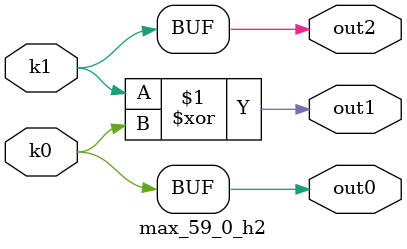
<source format=v>
module max_59_0(pi0, pi1, pi2, pi3, pi4, po0, po1, po2);
input pi0, pi1, pi2, pi3, pi4;
output po0, po1, po2;
wire k0, k1;
max_59_0_w2 DUT1 (pi0, pi1, pi2, pi3, pi4, k0, k1);
max_59_0_h2 DUT2 (k0, k1, po0, po1, po2);
endmodule

module max_59_0_w2(in4, in3, in2, in1, in0, k1, k0);
input in4, in3, in2, in1, in0;
output k1, k0;
assign k0 =   in1 ? in4 : ((in0 | (~in4 & (in3 | in2))) & (in3 | in2 | ~in4));
assign k1 =   in1;
endmodule

module max_59_0_h2(k1, k0, out2, out1, out0);
input k1, k0;
output out2, out1, out0;
assign out0 = k0;
assign out1 = k1 ^ k0;
assign out2 = k1;
endmodule

</source>
